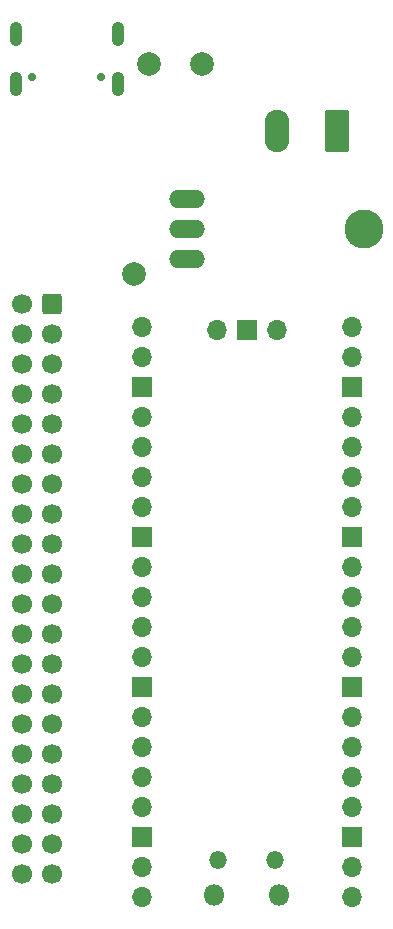
<source format=gbs>
%TF.GenerationSoftware,KiCad,Pcbnew,(6.0.4)*%
%TF.CreationDate,2022-07-27T17:53:15+02:00*%
%TF.ProjectId,Pi-pico-AD9854_adapter,50692d70-6963-46f2-9d41-44393835345f,rev?*%
%TF.SameCoordinates,Original*%
%TF.FileFunction,Soldermask,Bot*%
%TF.FilePolarity,Negative*%
%FSLAX46Y46*%
G04 Gerber Fmt 4.6, Leading zero omitted, Abs format (unit mm)*
G04 Created by KiCad (PCBNEW (6.0.4)) date 2022-07-27 17:53:15*
%MOMM*%
%LPD*%
G01*
G04 APERTURE LIST*
G04 Aperture macros list*
%AMRoundRect*
0 Rectangle with rounded corners*
0 $1 Rounding radius*
0 $2 $3 $4 $5 $6 $7 $8 $9 X,Y pos of 4 corners*
0 Add a 4 corners polygon primitive as box body*
4,1,4,$2,$3,$4,$5,$6,$7,$8,$9,$2,$3,0*
0 Add four circle primitives for the rounded corners*
1,1,$1+$1,$2,$3*
1,1,$1+$1,$4,$5*
1,1,$1+$1,$6,$7*
1,1,$1+$1,$8,$9*
0 Add four rect primitives between the rounded corners*
20,1,$1+$1,$2,$3,$4,$5,0*
20,1,$1+$1,$4,$5,$6,$7,0*
20,1,$1+$1,$6,$7,$8,$9,0*
20,1,$1+$1,$8,$9,$2,$3,0*%
G04 Aperture macros list end*
%ADD10C,3.302000*%
%ADD11O,3.048000X1.524000*%
%ADD12C,2.000000*%
%ADD13RoundRect,0.249999X0.790001X1.550001X-0.790001X1.550001X-0.790001X-1.550001X0.790001X-1.550001X0*%
%ADD14O,2.080000X3.600000*%
%ADD15O,1.800000X1.800000*%
%ADD16O,1.500000X1.500000*%
%ADD17O,1.700000X1.700000*%
%ADD18R,1.700000X1.700000*%
%ADD19C,0.700000*%
%ADD20O,1.050000X2.100000*%
%ADD21RoundRect,0.250000X0.600000X0.600000X-0.600000X0.600000X-0.600000X-0.600000X0.600000X-0.600000X0*%
%ADD22C,1.700000*%
G04 APERTURE END LIST*
D10*
%TO.C,U2*%
X136969500Y-34290000D03*
D11*
X121983500Y-31750000D03*
X121983500Y-34290000D03*
X121983500Y-36830000D03*
%TD*%
D12*
%TO.C,TP2*%
X123190000Y-20320000D03*
%TD*%
D13*
%TO.C,J4*%
X134620000Y-26002500D03*
D14*
X129540000Y-26002500D03*
%TD*%
D15*
%TO.C,U1*%
X124275000Y-90675000D03*
D16*
X124575000Y-87645000D03*
D15*
X129725000Y-90675000D03*
D16*
X129425000Y-87645000D03*
D17*
X135890000Y-90805000D03*
X135890000Y-88265000D03*
D18*
X135890000Y-85725000D03*
D17*
X135890000Y-83185000D03*
X135890000Y-80645000D03*
X135890000Y-78105000D03*
X135890000Y-75565000D03*
D18*
X135890000Y-73025000D03*
D17*
X135890000Y-70485000D03*
X135890000Y-67945000D03*
X135890000Y-65405000D03*
X135890000Y-62865000D03*
D18*
X135890000Y-60325000D03*
D17*
X135890000Y-57785000D03*
X135890000Y-55245000D03*
X135890000Y-52705000D03*
X135890000Y-50165000D03*
D18*
X135890000Y-47625000D03*
D17*
X135890000Y-45085000D03*
X135890000Y-42545000D03*
X118110000Y-42545000D03*
X118110000Y-45085000D03*
D18*
X118110000Y-47625000D03*
D17*
X118110000Y-50165000D03*
X118110000Y-52705000D03*
X118110000Y-55245000D03*
X118110000Y-57785000D03*
D18*
X118110000Y-60325000D03*
D17*
X118110000Y-62865000D03*
X118110000Y-65405000D03*
X118110000Y-67945000D03*
X118110000Y-70485000D03*
D18*
X118110000Y-73025000D03*
D17*
X118110000Y-75565000D03*
X118110000Y-78105000D03*
X118110000Y-80645000D03*
X118110000Y-83185000D03*
D18*
X118110000Y-85725000D03*
D17*
X118110000Y-88265000D03*
X118110000Y-90805000D03*
X129540000Y-42775000D03*
D18*
X127000000Y-42775000D03*
D17*
X124460000Y-42775000D03*
%TD*%
D12*
%TO.C,TP1*%
X118745000Y-20320000D03*
%TD*%
D19*
%TO.C,J2*%
X108870000Y-21430000D03*
X114650000Y-21430000D03*
D20*
X116080000Y-21960000D03*
X107440000Y-21960000D03*
X116080000Y-17780000D03*
X107440000Y-17780000D03*
%TD*%
D12*
%TO.C,J3*%
X117475000Y-38100000D03*
%TD*%
D21*
%TO.C,J1*%
X110490000Y-40640000D03*
D22*
X107950000Y-40640000D03*
X110490000Y-43180000D03*
X107950000Y-43180000D03*
X110490000Y-45720000D03*
X107950000Y-45720000D03*
X110490000Y-48260000D03*
X107950000Y-48260000D03*
X110490000Y-50800000D03*
X107950000Y-50800000D03*
X110490000Y-53340000D03*
X107950000Y-53340000D03*
X110490000Y-55880000D03*
X107950000Y-55880000D03*
X110490000Y-58420000D03*
X107950000Y-58420000D03*
X110490000Y-60960000D03*
X107950000Y-60960000D03*
X110490000Y-63500000D03*
X107950000Y-63500000D03*
X110490000Y-66040000D03*
X107950000Y-66040000D03*
X110490000Y-68580000D03*
X107950000Y-68580000D03*
X110490000Y-71120000D03*
X107950000Y-71120000D03*
X110490000Y-73660000D03*
X107950000Y-73660000D03*
X110490000Y-76200000D03*
X107950000Y-76200000D03*
X110490000Y-78740000D03*
X107950000Y-78740000D03*
X110490000Y-81280000D03*
X107950000Y-81280000D03*
X110490000Y-83820000D03*
X107950000Y-83820000D03*
X110490000Y-86360000D03*
X107950000Y-86360000D03*
X110490000Y-88900000D03*
X107950000Y-88900000D03*
%TD*%
M02*

</source>
